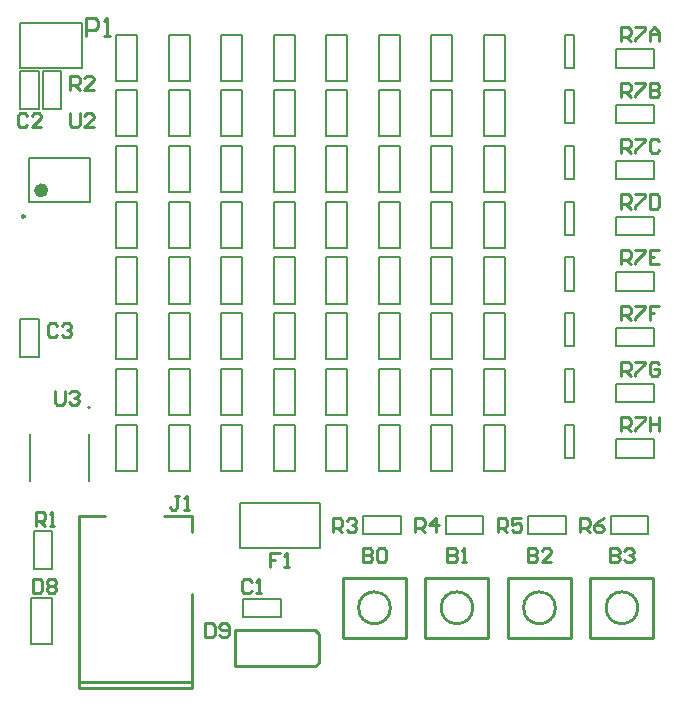
<source format=gto>
G04*
G04 #@! TF.GenerationSoftware,Altium Limited,Altium Designer,21.6.4 (81)*
G04*
G04 Layer_Color=65535*
%FSLAX25Y25*%
%MOIN*%
G70*
G04*
G04 #@! TF.SameCoordinates,A847D882-0BDF-4909-9EFC-D743794CE1D5*
G04*
G04*
G04 #@! TF.FilePolarity,Positive*
G04*
G01*
G75*
%ADD10C,0.00787*%
%ADD11C,0.00984*%
%ADD12C,0.02362*%
%ADD13C,0.01000*%
%ADD14C,0.00500*%
D10*
X92756Y94232D02*
G03*
X92756Y94232I-394J0D01*
G01*
X101437Y203191D02*
X108524D01*
X101437Y218545D02*
X108524D01*
Y203191D02*
Y218545D01*
X101437Y203191D02*
Y218545D01*
Y184619D02*
X108524D01*
X101437Y199974D02*
X108524D01*
Y184619D02*
Y199974D01*
X101437Y184619D02*
Y199974D01*
Y166048D02*
X108524D01*
X101437Y181402D02*
X108524D01*
Y166048D02*
Y181402D01*
X101437Y166048D02*
Y181402D01*
Y147476D02*
X108524D01*
X101437Y162831D02*
X108524D01*
Y147476D02*
Y162831D01*
X101437Y147476D02*
Y162831D01*
Y128905D02*
X108524D01*
X101437Y144259D02*
X108524D01*
Y128905D02*
Y144259D01*
X101437Y128905D02*
Y144259D01*
Y110334D02*
X108524D01*
X101437Y125688D02*
X108524D01*
Y110334D02*
Y125688D01*
X101437Y110334D02*
Y125688D01*
Y91762D02*
X108524D01*
X101437Y107116D02*
X108524D01*
Y91762D02*
Y107116D01*
X101437Y91762D02*
Y107116D01*
Y73191D02*
X108524D01*
X101437Y88545D02*
X108524D01*
Y73191D02*
Y88545D01*
X101437Y73191D02*
Y88545D01*
X118937Y203191D02*
X126024D01*
X118937Y218545D02*
X126024D01*
Y203191D02*
Y218545D01*
X118937Y203191D02*
Y218545D01*
Y184619D02*
X126024D01*
X118937Y199974D02*
X126024D01*
Y184619D02*
Y199974D01*
X118937Y184619D02*
Y199974D01*
Y166048D02*
X126024D01*
X118937Y181402D02*
X126024D01*
Y166048D02*
Y181402D01*
X118937Y166048D02*
Y181402D01*
Y147476D02*
X126024D01*
X118937Y162831D02*
X126024D01*
Y147476D02*
Y162831D01*
X118937Y147476D02*
Y162831D01*
Y128905D02*
X126024D01*
X118937Y144259D02*
X126024D01*
Y128905D02*
Y144259D01*
X118937Y128905D02*
Y144259D01*
Y110334D02*
X126024D01*
X118937Y125688D02*
X126024D01*
Y110334D02*
Y125688D01*
X118937Y110334D02*
Y125688D01*
Y91762D02*
X126024D01*
X118937Y107116D02*
X126024D01*
Y91762D02*
Y107116D01*
X118937Y91762D02*
Y107116D01*
Y73191D02*
X126024D01*
X118937Y88545D02*
X126024D01*
Y73191D02*
Y88545D01*
X118937Y73191D02*
Y88545D01*
X136437Y203191D02*
X143524D01*
X136437Y218545D02*
X143524D01*
Y203191D02*
Y218545D01*
X136437Y203191D02*
Y218545D01*
Y184619D02*
X143524D01*
X136437Y199974D02*
X143524D01*
Y184619D02*
Y199974D01*
X136437Y184619D02*
Y199974D01*
Y166048D02*
X143524D01*
X136437Y181402D02*
X143524D01*
Y166048D02*
Y181402D01*
X136437Y166048D02*
Y181402D01*
Y147476D02*
X143524D01*
X136437Y162831D02*
X143524D01*
Y147476D02*
Y162831D01*
X136437Y147476D02*
Y162831D01*
Y128905D02*
X143524D01*
X136437Y144259D02*
X143524D01*
Y128905D02*
Y144259D01*
X136437Y128905D02*
Y144259D01*
Y110334D02*
X143524D01*
X136437Y125688D02*
X143524D01*
Y110334D02*
Y125688D01*
X136437Y110334D02*
Y125688D01*
Y91762D02*
X143524D01*
X136437Y107116D02*
X143524D01*
Y91762D02*
Y107116D01*
X136437Y91762D02*
Y107116D01*
Y73191D02*
X143524D01*
X136437Y88545D02*
X143524D01*
Y73191D02*
Y88545D01*
X136437Y73191D02*
Y88545D01*
X153937Y203191D02*
X161024D01*
X153937Y218545D02*
X161024D01*
Y203191D02*
Y218545D01*
X153937Y203191D02*
Y218545D01*
Y184619D02*
X161024D01*
X153937Y199974D02*
X161024D01*
Y184619D02*
Y199974D01*
X153937Y184619D02*
Y199974D01*
Y166048D02*
X161024D01*
X153937Y181402D02*
X161024D01*
Y166048D02*
Y181402D01*
X153937Y166048D02*
Y181402D01*
Y147476D02*
X161024D01*
X153937Y162831D02*
X161024D01*
Y147476D02*
Y162831D01*
X153937Y147476D02*
Y162831D01*
Y128905D02*
X161024D01*
X153937Y144259D02*
X161024D01*
Y128905D02*
Y144259D01*
X153937Y128905D02*
Y144259D01*
Y110334D02*
X161024D01*
X153937Y125688D02*
X161024D01*
Y110334D02*
Y125688D01*
X153937Y110334D02*
Y125688D01*
Y91762D02*
X161024D01*
X153937Y107116D02*
X161024D01*
Y91762D02*
Y107116D01*
X153937Y91762D02*
Y107116D01*
Y73191D02*
X161024D01*
X153937Y88545D02*
X161024D01*
Y73191D02*
Y88545D01*
X153937Y73191D02*
Y88545D01*
X171437Y203191D02*
X178524D01*
X171437Y218545D02*
X178524D01*
Y203191D02*
Y218545D01*
X171437Y203191D02*
Y218545D01*
Y184619D02*
X178524D01*
X171437Y199974D02*
X178524D01*
Y184619D02*
Y199974D01*
X171437Y184619D02*
Y199974D01*
Y166048D02*
X178524D01*
X171437Y181402D02*
X178524D01*
Y166048D02*
Y181402D01*
X171437Y166048D02*
Y181402D01*
Y147476D02*
X178524D01*
X171437Y162831D02*
X178524D01*
Y147476D02*
Y162831D01*
X171437Y147476D02*
Y162831D01*
Y128905D02*
X178524D01*
X171437Y144259D02*
X178524D01*
Y128905D02*
Y144259D01*
X171437Y128905D02*
Y144259D01*
Y110334D02*
X178524D01*
X171437Y125688D02*
X178524D01*
Y110334D02*
Y125688D01*
X171437Y110334D02*
Y125688D01*
Y91762D02*
X178524D01*
X171437Y107116D02*
X178524D01*
Y91762D02*
Y107116D01*
X171437Y91762D02*
Y107116D01*
Y73191D02*
X178524D01*
X171437Y88545D02*
X178524D01*
Y73191D02*
Y88545D01*
X171437Y73191D02*
Y88545D01*
X188937Y203191D02*
X196024D01*
X188937Y218545D02*
X196024D01*
Y203191D02*
Y218545D01*
X188937Y203191D02*
Y218545D01*
Y184619D02*
X196024D01*
X188937Y199974D02*
X196024D01*
Y184619D02*
Y199974D01*
X188937Y184619D02*
Y199974D01*
Y166048D02*
X196024D01*
X188937Y181402D02*
X196024D01*
Y166048D02*
Y181402D01*
X188937Y166048D02*
Y181402D01*
Y147476D02*
X196024D01*
X188937Y162831D02*
X196024D01*
Y147476D02*
Y162831D01*
X188937Y147476D02*
Y162831D01*
Y128905D02*
X196024D01*
X188937Y144259D02*
X196024D01*
Y128905D02*
Y144259D01*
X188937Y128905D02*
Y144259D01*
Y110334D02*
X196024D01*
X188937Y125688D02*
X196024D01*
Y110334D02*
Y125688D01*
X188937Y110334D02*
Y125688D01*
Y91762D02*
X196024D01*
X188937Y107116D02*
X196024D01*
Y91762D02*
Y107116D01*
X188937Y91762D02*
Y107116D01*
Y73191D02*
X196024D01*
X188937Y88545D02*
X196024D01*
Y73191D02*
Y88545D01*
X188937Y73191D02*
Y88545D01*
X206437Y203191D02*
X213524D01*
X206437Y218545D02*
X213524D01*
Y203191D02*
Y218545D01*
X206437Y203191D02*
Y218545D01*
Y184619D02*
X213524D01*
X206437Y199974D02*
X213524D01*
Y184619D02*
Y199974D01*
X206437Y184619D02*
Y199974D01*
Y166048D02*
X213524D01*
X206437Y181402D02*
X213524D01*
Y166048D02*
Y181402D01*
X206437Y166048D02*
Y181402D01*
Y147476D02*
X213524D01*
X206437Y162831D02*
X213524D01*
Y147476D02*
Y162831D01*
X206437Y147476D02*
Y162831D01*
Y128905D02*
X213524D01*
X206437Y144259D02*
X213524D01*
Y128905D02*
Y144259D01*
X206437Y128905D02*
Y144259D01*
Y110334D02*
X213524D01*
X206437Y125688D02*
X213524D01*
Y110334D02*
Y125688D01*
X206437Y110334D02*
Y125688D01*
Y91762D02*
X213524D01*
X206437Y107116D02*
X213524D01*
Y91762D02*
Y107116D01*
X206437Y91762D02*
Y107116D01*
Y73191D02*
X213524D01*
X206437Y88545D02*
X213524D01*
Y73191D02*
Y88545D01*
X206437Y73191D02*
Y88545D01*
X223937Y203191D02*
X231024D01*
X223937Y218545D02*
X231024D01*
Y203191D02*
Y218545D01*
X223937Y203191D02*
Y218545D01*
Y184619D02*
X231024D01*
X223937Y199974D02*
X231024D01*
Y184619D02*
Y199974D01*
X223937Y184619D02*
Y199974D01*
Y166048D02*
X231024D01*
X223937Y181402D02*
X231024D01*
Y166048D02*
Y181402D01*
X223937Y166048D02*
Y181402D01*
Y147476D02*
X231024D01*
X223937Y162831D02*
X231024D01*
Y147476D02*
Y162831D01*
X223937Y147476D02*
Y162831D01*
Y128905D02*
X231024D01*
X223937Y144259D02*
X231024D01*
Y128905D02*
Y144259D01*
X223937Y128905D02*
Y144259D01*
Y110334D02*
X231024D01*
X223937Y125688D02*
X231024D01*
Y110334D02*
Y125688D01*
X223937Y110334D02*
Y125688D01*
Y91762D02*
X231024D01*
X223937Y107116D02*
X231024D01*
Y91762D02*
Y107116D01*
X223937Y91762D02*
Y107116D01*
Y73191D02*
X231024D01*
X223937Y88545D02*
X231024D01*
Y73191D02*
Y88545D01*
X223937Y73191D02*
Y88545D01*
X250925D02*
X254075D01*
X250925Y77522D02*
X254075D01*
X250925D02*
Y88545D01*
X254075Y77522D02*
Y88545D01*
X250925Y107116D02*
X254075D01*
X250925Y96093D02*
X254075D01*
X250925D02*
Y107116D01*
X254075Y96093D02*
Y107116D01*
X250925Y125688D02*
X254075D01*
X250925Y114664D02*
X254075D01*
X250925D02*
Y125688D01*
X254075Y114664D02*
Y125688D01*
X250925Y144259D02*
X254075D01*
X250925Y133236D02*
X254075D01*
X250925D02*
Y144259D01*
X254075Y133236D02*
Y144259D01*
X250925Y162831D02*
X254075D01*
X250925Y151807D02*
X254075D01*
X250925D02*
Y162831D01*
X254075Y151807D02*
Y162831D01*
X250925Y181402D02*
X254075D01*
X250925Y170379D02*
X254075D01*
X250925D02*
Y181402D01*
X254075Y170379D02*
Y181402D01*
X250925Y199974D02*
X254075D01*
X250925Y188950D02*
X254075D01*
X250925D02*
Y199974D01*
X254075Y188950D02*
Y199974D01*
X250925Y218545D02*
X254075D01*
X250925Y207521D02*
X254075D01*
X250925D02*
Y218545D01*
X254075Y207521D02*
Y218545D01*
X72461Y162716D02*
X92539D01*
X72461Y177284D02*
X92539D01*
X72461Y162716D02*
Y177284D01*
X92539Y162716D02*
Y177284D01*
X89921Y207520D02*
Y222480D01*
X69449D02*
X89921D01*
X69449Y207520D02*
Y222480D01*
Y207520D02*
X89921D01*
X83051Y193701D02*
Y195177D01*
X76949Y193701D02*
X83051D01*
X76949D02*
Y195177D01*
X83051Y204823D02*
Y206299D01*
X76949D02*
X83051D01*
X76949Y204823D02*
Y206299D01*
X83051Y195177D02*
Y204823D01*
X76949Y195177D02*
Y204823D01*
X75551Y195177D02*
Y204823D01*
X69449Y195177D02*
Y204823D01*
X75551Y193701D02*
Y195177D01*
X69449Y193701D02*
X75551D01*
X69449D02*
Y204823D01*
Y206299D01*
X75551D01*
Y204823D02*
Y206299D01*
X69449Y112677D02*
Y122323D01*
X75551Y112677D02*
Y122323D01*
X69449D02*
Y123799D01*
X75551D01*
Y112677D02*
Y123799D01*
Y111201D02*
Y112677D01*
X69449Y111201D02*
X75551D01*
X69449D02*
Y112677D01*
X240177Y58051D02*
X249823D01*
X240177Y51949D02*
X249823D01*
Y58051D02*
X251299D01*
Y51949D02*
Y58051D01*
X249823Y51949D02*
X251299D01*
X238701Y58051D02*
X240177D01*
X238701Y51949D02*
Y58051D01*
Y51949D02*
X240177D01*
X145177Y30551D02*
X154823D01*
X145177Y24449D02*
X154823D01*
Y30551D02*
X156299D01*
Y24449D02*
Y30551D01*
X145177Y24449D02*
X156299D01*
X143701D02*
X145177D01*
X143701D02*
Y30551D01*
X145177D01*
X269429Y207521D02*
X279075D01*
X269429Y213624D02*
X279075D01*
X267953Y207521D02*
X269429D01*
X267953D02*
Y213624D01*
X269429D01*
X279075Y207521D02*
X280551D01*
Y213624D01*
X279075D02*
X280551D01*
X269429Y170379D02*
X279075D01*
X269429Y176481D02*
X279075D01*
X267953Y170379D02*
X269429D01*
X267953D02*
Y176481D01*
X269429D01*
X279075Y170379D02*
X280551D01*
Y176481D01*
X279075D02*
X280551D01*
X269429Y188950D02*
X279075D01*
X269429Y195052D02*
X279075D01*
X267953Y188950D02*
X269429D01*
X267953D02*
Y195052D01*
X269429D01*
X279075Y188950D02*
X280551D01*
Y195052D01*
X279075D02*
X280551D01*
X269429Y77522D02*
X279075D01*
X269429Y83624D02*
X279075D01*
X267953Y77522D02*
X269429D01*
X267953D02*
Y83624D01*
X269429D01*
X279075Y77522D02*
X280551D01*
Y83624D01*
X279075D02*
X280551D01*
X269429Y114664D02*
X279075D01*
X269429Y120767D02*
X279075D01*
X267953Y114664D02*
X269429D01*
X267953D02*
Y120767D01*
X269429D01*
X279075Y114664D02*
X280551D01*
Y120767D01*
X279075D02*
X280551D01*
X269429Y133236D02*
X279075D01*
X269429Y139338D02*
X279075D01*
X267953Y133236D02*
X269429D01*
X267953D02*
Y139338D01*
X269429D01*
X279075Y133236D02*
X280551D01*
Y139338D01*
X279075D02*
X280551D01*
X269429Y151807D02*
X279075D01*
X269429Y157910D02*
X279075D01*
X267953Y151807D02*
X269429D01*
X267953D02*
Y157910D01*
X269429D01*
X279075Y151807D02*
X280551D01*
Y157910D01*
X279075D02*
X280551D01*
X269429Y96093D02*
X279075D01*
X269429Y102195D02*
X279075D01*
X267953Y96093D02*
X269429D01*
X267953D02*
Y102195D01*
X269429D01*
X279075Y96093D02*
X280551D01*
Y102195D01*
X279075D02*
X280551D01*
X72953Y15352D02*
Y30706D01*
X80039Y15352D02*
Y30706D01*
X72953D02*
X80039D01*
X72953Y15352D02*
X80039D01*
X266201Y51949D02*
X267677D01*
X266201D02*
Y58051D01*
X267677D01*
X277323Y51949D02*
X278799D01*
Y58051D01*
X277323D02*
X278799D01*
X267677Y51949D02*
X277323D01*
X267677Y58051D02*
X277323D01*
X211201Y51949D02*
X212677D01*
X211201D02*
Y58051D01*
X212677D01*
X222323Y51949D02*
X223799D01*
Y58051D01*
X222323D02*
X223799D01*
X212677Y51949D02*
X222323D01*
X212677Y58051D02*
X222323D01*
X183701Y51949D02*
X185177D01*
X183701D02*
Y58051D01*
X185177D01*
X194823Y51949D02*
X196299D01*
Y58051D01*
X194823D02*
X196299D01*
X185177Y51949D02*
X194823D01*
X185177Y58051D02*
X194823D01*
X80039Y40436D02*
Y41912D01*
X73937Y40436D02*
X80039D01*
X73937D02*
Y41912D01*
X80039Y51558D02*
Y53034D01*
X73937D02*
X80039D01*
X73937Y51558D02*
Y53034D01*
X80039Y41912D02*
Y51558D01*
X73937Y41912D02*
Y51558D01*
X142677Y47520D02*
Y62480D01*
X169252D01*
Y47520D02*
Y62480D01*
X142677Y47520D02*
X169252D01*
D11*
X70984Y157992D02*
G03*
X70984Y157992I-492J0D01*
G01*
D12*
X77579Y166654D02*
G03*
X77579Y166654I-1181J0D01*
G01*
D13*
X275315Y27500D02*
G03*
X275315Y27500I-5315J0D01*
G01*
X247815D02*
G03*
X247815Y27500I-5315J0D01*
G01*
X220315D02*
G03*
X220315Y27500I-5315J0D01*
G01*
X192815D02*
G03*
X192815Y27500I-5315J0D01*
G01*
X88996Y2787D02*
X126791D01*
X88996Y866D02*
Y57953D01*
Y866D02*
X126791D01*
Y52736D02*
Y57953D01*
Y866D02*
Y32165D01*
X117244Y57953D02*
X126791D01*
X88996D02*
X97756D01*
X168878Y9135D02*
Y18781D01*
X167598Y20061D02*
X168878Y18781D01*
X141122Y20061D02*
X167598D01*
X167795Y8053D02*
X168878Y9135D01*
X141122Y8053D02*
X167795D01*
X141122D02*
Y20061D01*
X259500Y17500D02*
Y37500D01*
Y17500D02*
X280500D01*
Y37500D01*
X259500D02*
X280500D01*
X232000Y17500D02*
Y37500D01*
Y17500D02*
X253000D01*
Y37500D01*
X232000D02*
X253000D01*
X204500Y17500D02*
Y37500D01*
Y17500D02*
X225500D01*
Y37500D01*
X204500D02*
X225500D01*
X177000Y17500D02*
Y37500D01*
Y17500D02*
X198000D01*
Y37500D01*
X177000D02*
X198000D01*
X91370Y218057D02*
Y224055D01*
X94369D01*
X95369Y223056D01*
Y221056D01*
X94369Y220056D01*
X91370D01*
X97368Y218057D02*
X99368D01*
X98368D01*
Y224055D01*
X97368Y223056D01*
X81064Y99861D02*
Y95926D01*
X81851Y95139D01*
X83426D01*
X84213Y95926D01*
Y99861D01*
X85787Y99074D02*
X86574Y99861D01*
X88149D01*
X88936Y99074D01*
Y98287D01*
X88149Y97500D01*
X87361D01*
X88149D01*
X88936Y96713D01*
Y95926D01*
X88149Y95139D01*
X86574D01*
X85787Y95926D01*
X86064Y192361D02*
Y188426D01*
X86851Y187639D01*
X88426D01*
X89213Y188426D01*
Y192361D01*
X93936Y187639D02*
X90787D01*
X93936Y190787D01*
Y191574D01*
X93149Y192361D01*
X91574D01*
X90787Y191574D01*
X269786Y86266D02*
Y90989D01*
X272147D01*
X272935Y90202D01*
Y88628D01*
X272147Y87841D01*
X269786D01*
X271360D02*
X272935Y86266D01*
X274509Y90989D02*
X277658D01*
Y90202D01*
X274509Y87054D01*
Y86266D01*
X279232Y90989D02*
Y86266D01*
Y88628D01*
X282380D01*
Y90989D01*
Y86266D01*
X269786Y104843D02*
Y109565D01*
X272147D01*
X272935Y108778D01*
Y107204D01*
X272147Y106417D01*
X269786D01*
X271360D02*
X272935Y104843D01*
X274509Y109565D02*
X277658D01*
Y108778D01*
X274509Y105630D01*
Y104843D01*
X282380Y108778D02*
X281593Y109565D01*
X280019D01*
X279232Y108778D01*
Y105630D01*
X280019Y104843D01*
X281593D01*
X282380Y105630D01*
Y107204D01*
X280806D01*
X269786Y123419D02*
Y128142D01*
X272147D01*
X272935Y127355D01*
Y125780D01*
X272147Y124993D01*
X269786D01*
X271360D02*
X272935Y123419D01*
X274509Y128142D02*
X277658D01*
Y127355D01*
X274509Y124206D01*
Y123419D01*
X282380Y128142D02*
X279232D01*
Y125780D01*
X280806D01*
X279232D01*
Y123419D01*
X269786Y141995D02*
Y146718D01*
X272147D01*
X272935Y145931D01*
Y144357D01*
X272147Y143569D01*
X269786D01*
X271360D02*
X272935Y141995D01*
X274509Y146718D02*
X277658D01*
Y145931D01*
X274509Y142782D01*
Y141995D01*
X282380Y146718D02*
X279232D01*
Y141995D01*
X282380D01*
X279232Y144357D02*
X280806D01*
X269786Y160571D02*
Y165294D01*
X272147D01*
X272935Y164507D01*
Y162933D01*
X272147Y162146D01*
X269786D01*
X271360D02*
X272935Y160571D01*
X274509Y165294D02*
X277658D01*
Y164507D01*
X274509Y161358D01*
Y160571D01*
X279232Y165294D02*
Y160571D01*
X281593D01*
X282380Y161358D01*
Y164507D01*
X281593Y165294D01*
X279232D01*
X269786Y179148D02*
Y183870D01*
X272147D01*
X272935Y183083D01*
Y181509D01*
X272147Y180722D01*
X269786D01*
X271360D02*
X272935Y179148D01*
X274509Y183870D02*
X277658D01*
Y183083D01*
X274509Y179935D01*
Y179148D01*
X282380Y183083D02*
X281593Y183870D01*
X280019D01*
X279232Y183083D01*
Y179935D01*
X280019Y179148D01*
X281593D01*
X282380Y179935D01*
X269786Y197724D02*
Y202447D01*
X272147D01*
X272935Y201660D01*
Y200085D01*
X272147Y199298D01*
X269786D01*
X271360D02*
X272935Y197724D01*
X274509Y202447D02*
X277658D01*
Y201660D01*
X274509Y198511D01*
Y197724D01*
X279232Y202447D02*
Y197724D01*
X281593D01*
X282380Y198511D01*
Y199298D01*
X281593Y200085D01*
X279232D01*
X281593D01*
X282380Y200872D01*
Y201660D01*
X281593Y202447D01*
X279232D01*
X269786Y216300D02*
Y221023D01*
X272147D01*
X272935Y220236D01*
Y218661D01*
X272147Y217874D01*
X269786D01*
X271360D02*
X272935Y216300D01*
X274509Y221023D02*
X277658D01*
Y220236D01*
X274509Y217087D01*
Y216300D01*
X279232D02*
Y219449D01*
X280806Y221023D01*
X282380Y219449D01*
Y216300D01*
Y218661D01*
X279232D01*
X256064Y52639D02*
Y57361D01*
X258426D01*
X259213Y56574D01*
Y55000D01*
X258426Y54213D01*
X256064D01*
X257639D02*
X259213Y52639D01*
X263936Y57361D02*
X262361Y56574D01*
X260787Y55000D01*
Y53426D01*
X261574Y52639D01*
X263149D01*
X263936Y53426D01*
Y54213D01*
X263149Y55000D01*
X260787D01*
X228564Y52639D02*
Y57361D01*
X230926D01*
X231713Y56574D01*
Y55000D01*
X230926Y54213D01*
X228564D01*
X230139D02*
X231713Y52639D01*
X236436Y57361D02*
X233287D01*
Y55000D01*
X234861Y55787D01*
X235649D01*
X236436Y55000D01*
Y53426D01*
X235649Y52639D01*
X234074D01*
X233287Y53426D01*
X201064Y52639D02*
Y57361D01*
X203426D01*
X204213Y56574D01*
Y55000D01*
X203426Y54213D01*
X201064D01*
X202639D02*
X204213Y52639D01*
X208149D02*
Y57361D01*
X205787Y55000D01*
X208936D01*
X173564Y52639D02*
Y57361D01*
X175926D01*
X176713Y56574D01*
Y55000D01*
X175926Y54213D01*
X173564D01*
X175139D02*
X176713Y52639D01*
X178287Y56574D02*
X179074Y57361D01*
X180649D01*
X181436Y56574D01*
Y55787D01*
X180649Y55000D01*
X179861D01*
X180649D01*
X181436Y54213D01*
Y53426D01*
X180649Y52639D01*
X179074D01*
X178287Y53426D01*
X86064Y200139D02*
Y204861D01*
X88426D01*
X89213Y204074D01*
Y202500D01*
X88426Y201713D01*
X86064D01*
X87639D02*
X89213Y200139D01*
X93936D02*
X90787D01*
X93936Y203287D01*
Y204074D01*
X93149Y204861D01*
X91574D01*
X90787Y204074D01*
X74556Y54843D02*
Y59566D01*
X76918D01*
X77705Y58779D01*
Y57205D01*
X76918Y56418D01*
X74556D01*
X76130D02*
X77705Y54843D01*
X79279D02*
X80853D01*
X80066D01*
Y59566D01*
X79279Y58779D01*
X122500Y64861D02*
X120926D01*
X121713D01*
Y60926D01*
X120926Y60139D01*
X120139D01*
X119351Y60926D01*
X124074Y60139D02*
X125649D01*
X124861D01*
Y64861D01*
X124074Y64074D01*
X155875Y45668D02*
X152726D01*
Y43306D01*
X154301D01*
X152726D01*
Y40945D01*
X157449D02*
X159023D01*
X158236D01*
Y45668D01*
X157449Y44881D01*
X131064Y22361D02*
Y17639D01*
X133426D01*
X134213Y18426D01*
Y21574D01*
X133426Y22361D01*
X131064D01*
X135787Y18426D02*
X136574Y17639D01*
X138149D01*
X138936Y18426D01*
Y21574D01*
X138149Y22361D01*
X136574D01*
X135787Y21574D01*
Y20787D01*
X136574Y20000D01*
X138936D01*
X73624Y37231D02*
Y32508D01*
X75985D01*
X76772Y33295D01*
Y36444D01*
X75985Y37231D01*
X73624D01*
X78347Y36444D02*
X79134Y37231D01*
X80708D01*
X81495Y36444D01*
Y35657D01*
X80708Y34870D01*
X81495Y34082D01*
Y33295D01*
X80708Y32508D01*
X79134D01*
X78347Y33295D01*
Y34082D01*
X79134Y34870D01*
X78347Y35657D01*
Y36444D01*
X79134Y34870D02*
X80708D01*
X81713Y121574D02*
X80926Y122361D01*
X79351D01*
X78564Y121574D01*
Y118426D01*
X79351Y117639D01*
X80926D01*
X81713Y118426D01*
X83287Y121574D02*
X84074Y122361D01*
X85649D01*
X86436Y121574D01*
Y120787D01*
X85649Y120000D01*
X84861D01*
X85649D01*
X86436Y119213D01*
Y118426D01*
X85649Y117639D01*
X84074D01*
X83287Y118426D01*
X71713Y191574D02*
X70926Y192361D01*
X69351D01*
X68564Y191574D01*
Y188426D01*
X69351Y187639D01*
X70926D01*
X71713Y188426D01*
X76436Y187639D02*
X73287D01*
X76436Y190787D01*
Y191574D01*
X75649Y192361D01*
X74074D01*
X73287Y191574D01*
X146545Y36211D02*
X145758Y36998D01*
X144184D01*
X143397Y36211D01*
Y33062D01*
X144184Y32275D01*
X145758D01*
X146545Y33062D01*
X148120Y32275D02*
X149694D01*
X148907D01*
Y36998D01*
X148120Y36211D01*
X266064Y47361D02*
Y42639D01*
X268426D01*
X269213Y43426D01*
Y44213D01*
X268426Y45000D01*
X266064D01*
X268426D01*
X269213Y45787D01*
Y46574D01*
X268426Y47361D01*
X266064D01*
X270787Y46574D02*
X271574Y47361D01*
X273149D01*
X273936Y46574D01*
Y45787D01*
X273149Y45000D01*
X272361D01*
X273149D01*
X273936Y44213D01*
Y43426D01*
X273149Y42639D01*
X271574D01*
X270787Y43426D01*
X238564Y47361D02*
Y42639D01*
X240926D01*
X241713Y43426D01*
Y44213D01*
X240926Y45000D01*
X238564D01*
X240926D01*
X241713Y45787D01*
Y46574D01*
X240926Y47361D01*
X238564D01*
X246436Y42639D02*
X243287D01*
X246436Y45787D01*
Y46574D01*
X245649Y47361D01*
X244074D01*
X243287Y46574D01*
X211851Y47361D02*
Y42639D01*
X214213D01*
X215000Y43426D01*
Y44213D01*
X214213Y45000D01*
X211851D01*
X214213D01*
X215000Y45787D01*
Y46574D01*
X214213Y47361D01*
X211851D01*
X216574Y42639D02*
X218149D01*
X217361D01*
Y47361D01*
X216574Y46574D01*
X183564Y47361D02*
Y42639D01*
X185926D01*
X186713Y43426D01*
Y44213D01*
X185926Y45000D01*
X183564D01*
X185926D01*
X186713Y45787D01*
Y46574D01*
X185926Y47361D01*
X183564D01*
X188287Y46574D02*
X189074Y47361D01*
X190649D01*
X191436Y46574D01*
Y43426D01*
X190649Y42639D01*
X189074D01*
X188287Y43426D01*
Y46574D01*
D14*
X92441Y69646D02*
Y85354D01*
X72559Y69646D02*
Y85354D01*
M02*

</source>
